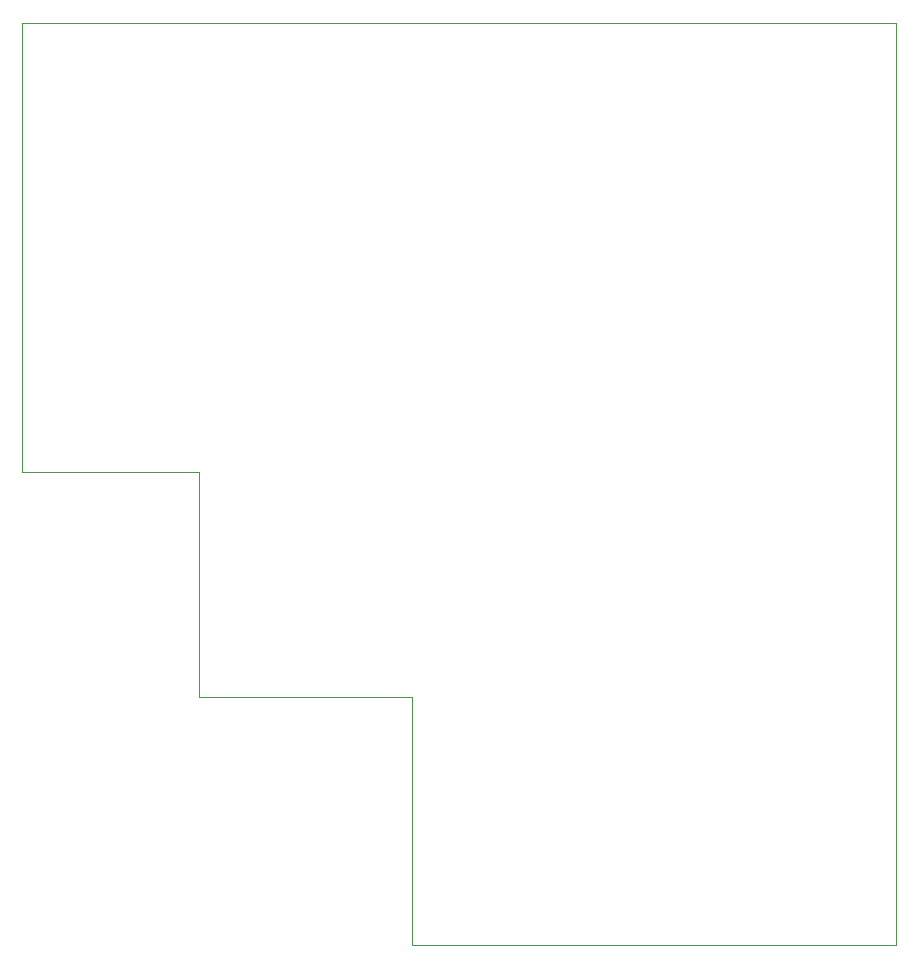
<source format=gbr>
G04 #@! TF.GenerationSoftware,KiCad,Pcbnew,(5.1.9)-1*
G04 #@! TF.CreationDate,2021-05-14T22:38:37-04:00*
G04 #@! TF.ProjectId,PanelizedDisplays,50616e65-6c69-47a6-9564-446973706c61,rev?*
G04 #@! TF.SameCoordinates,Original*
G04 #@! TF.FileFunction,Profile,NP*
%FSLAX46Y46*%
G04 Gerber Fmt 4.6, Leading zero omitted, Abs format (unit mm)*
G04 Created by KiCad (PCBNEW (5.1.9)-1) date 2021-05-14 22:38:37*
%MOMM*%
%LPD*%
G01*
G04 APERTURE LIST*
G04 #@! TA.AperFunction,Profile*
%ADD10C,0.050000*%
G04 #@! TD*
G04 APERTURE END LIST*
D10*
X84897000Y-112276000D02*
X69897000Y-112276000D01*
X84897000Y-131276000D02*
X84897000Y-112276000D01*
X102897000Y-131276000D02*
X84897000Y-131276000D01*
X102897000Y-152276000D02*
X102897000Y-131276000D01*
X143897000Y-152276000D02*
X102897000Y-152276000D01*
X143897000Y-74276000D02*
X143897000Y-152276000D01*
X69897000Y-74276000D02*
X69897000Y-87276000D01*
X143897000Y-74276000D02*
X69897000Y-74276000D01*
X69897000Y-87276000D02*
X69897000Y-112276000D01*
M02*

</source>
